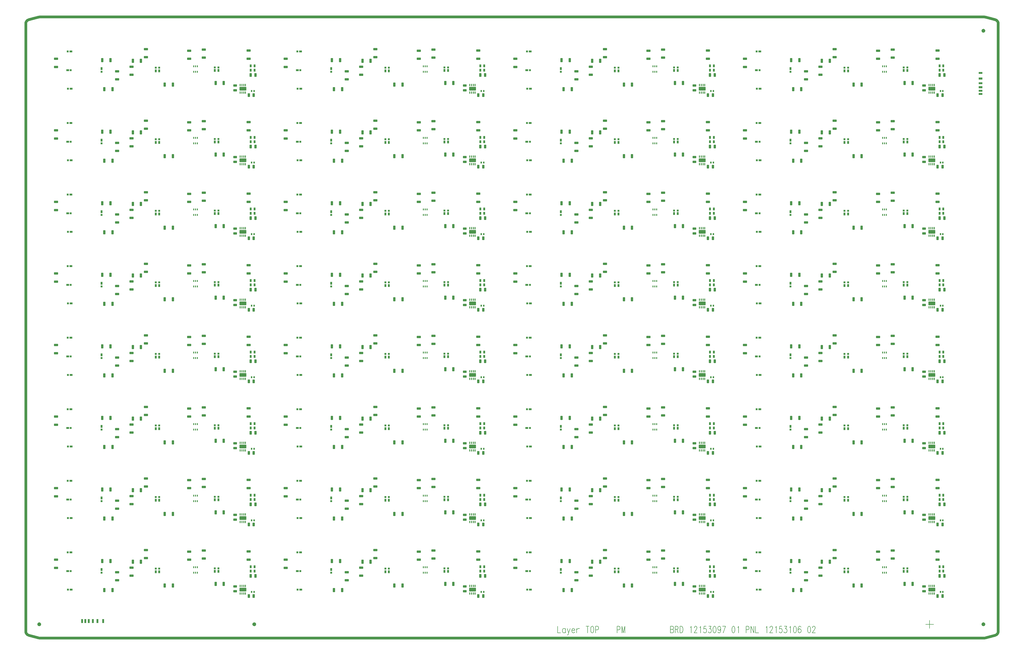
<source format=gbr>
*
G04 Job   : N:\Projects\Manoi001\P08496\Ubdate_doc\12153097_LTM_LH_PCBDESIGN_20230125\12153097_LTM_LH\panel_12153106\12153106.pnl*
G04 User  : UA220009:manoi001*
G04 Layer : SolderPasteTop.gbr*
G04 Date  : Fri Jan 27 12:40:04 2023*
G04 Expedition Layer: Solder Paste - Top*
%ICAS*%
%MOIN*%
%FSDAX24Y24*%
%OFA0.0000B0.0000*%
G90*
G74*
%AMVB_RCRECTANGLE*
$3=$3X2*
21,1,$1-$3,$2,0,0,0*
21,1,$1,$2-$3,0,0,0*
$1=$1/2*
$2=$2/2*
$3=$3/2*
$1=$1-$3*
$2=$2-$3*
1,1,$3X2,0-$1,0-$2*
1,1,$3X2,0-$1,$2*
1,1,$3X2,$1,$2*
1,1,$3X2,$1,0-$2*
%
%ADD11C,0.00787*%
%ADD10C,0.03937*%
%ADD21VB_RCRECTANGLE,0.01575X0.02362X0.00197*%
%ADD22VB_RCRECTANGLE,0.01969X0.02756X0.00197*%
%ADD12VB_RCRECTANGLE,0.02953X0.02362X0.00197*%
%ADD70VB_RCRECTANGLE,0.02362X0.02953X0.00197*%
%ADD14VB_RCRECTANGLE,0.01575X0.03150X0.00197*%
%ADD20VB_RCRECTANGLE,0.02756X0.03937X0.00197*%
%ADD13VB_RCRECTANGLE,0.04331X0.02362X0.00197*%
%ADD71VB_RCRECTANGLE,0.02362X0.04331X0.00197*%
%ADD16VB_RCRECTANGLE,0.05118X0.03150X0.00197*%
%ADD18VB_RCRECTANGLE,0.03150X0.05118X0.00197*%
%ADD17VB_RCRECTANGLE,0.05906X0.03150X0.00197*%
%ADD19VB_RCRECTANGLE,0.03150X0.05906X0.00197*%
%ADD15VB_RCRECTANGLE,0.09843X0.05118X0.00197*%
G01*
G36*
X-129803Y-000283D02*
Y-000039D01*
X-130046*
G02X-130049Y000000I000282J000039*
X-129764Y000285I000285*
X-129724Y000283J000285*
G01Y000039*
X-129481*
G02X-129478Y000000I000283J000039*
X-129764Y-000285I000286*
X-129803Y-000283J000285*
G01Y000283D02*
Y000039D01*
X-130046*
G03X-130049Y000000I000282J000039*
X-129764Y-000285I000285*
X-129724Y-000283J000285*
G01Y-000039*
X-129481*
G03X-129478Y000000I000283J000039*
X-129764Y000285I000286*
X-129803Y000283J000285*
G01X-123661Y000197D02*
X-123386D01*
Y000748*
X-123661*
Y000197*
X-123189D02*
X-122913D01*
Y000748*
X-123189*
Y000197*
X-122677D02*
X-122402D01*
Y000748*
X-122677*
Y000197*
X-122087D02*
X-121811D01*
Y000748*
X-122087*
Y000197*
X-121417D02*
X-121142D01*
Y000748*
X-121417*
Y000197*
X-120591D02*
X-120315D01*
Y000748*
X-120591*
Y000197*
X-098465Y-000283D02*
Y-000039D01*
X-098708*
G02X-098711Y000000I000283J000039*
X-098425Y000285I000286*
X-098386Y000283J000285*
G01Y000039*
X-098142*
G02X-098140Y000000I000283J000039*
X-098425Y-000285I000285*
X-098465Y-000283J000285*
G01Y000283D02*
Y000039D01*
X-098708*
G03X-098711Y000000I000283J000039*
X-098425Y-000285I000286*
X-098386Y-000283J000285*
G01Y-000039*
X-098142*
G03X-098140Y000000I000283J000039*
X-098425Y000285I000285*
X-098465Y000283J000285*
G01X007146Y077185D02*
X007697D01*
Y077461*
X007146*
Y077185*
Y077657D02*
X007697D01*
Y077933*
X007146*
Y077657*
Y078169D02*
X007697D01*
Y078445*
X007146*
Y078169*
Y078760D02*
X007697D01*
Y079035*
X007146*
Y078760*
Y079429D02*
X007697D01*
Y079705*
X007146*
Y079429*
Y080256D02*
X007697D01*
Y080531*
X007146*
Y080256*
X007795Y-000283D02*
Y-000039D01*
X007552*
G02X007549Y000000I000283J000039*
X007835Y000285I000286*
X007874Y000283J000285*
G01Y000039*
X008117*
G02X008120Y000000I000282J000039*
X007835Y-000285I000285*
X007795Y-000283J000285*
G01Y000283D02*
Y000039D01*
X007552*
G03X007549Y000000I000283J000039*
X007835Y-000285I000286*
X007874Y-000283J000285*
G01Y-000039*
X008117*
G03X008120Y000000I000282J000039*
X007835Y000285I000285*
X007795Y000283J000285*
G01Y086253D02*
Y086496D01*
X007552*
G02X007549Y086535I000283J000039*
X007835Y086821I000286*
X007874Y086818J000286*
G01Y086575*
X008117*
G02X008120Y086535I000282J000040*
X007835Y086250I000285*
X007795Y086253J000285*
G01Y086818D02*
Y086575D01*
X007552*
G03X007549Y086535I000283J000040*
X007835Y086250I000286*
X007874Y086253J000285*
G01Y086496*
X008117*
G03X008120Y086535I000282J000039*
X007835Y086821I000285*
X007795Y086818J000286*
G37*
G54D10*
G01X-056535Y-002008D02*
X-129717D01*
G02X-129871Y-001987J000591*
G01X-131295Y-001602*
G02X-131732Y-001032I000154J000570*
G01Y-001031*
Y087575*
G02X-131291Y088146I000590*
G01X-129870Y088524*
G02X-129719Y088543I000151J000572*
X-129717J000591*
G01X007992*
G02X008142Y088524I000001J000590*
G01X009563Y088150*
G02X010000Y087579I000154J000571*
G01Y-001031*
Y-001032*
G02X009563Y-001602I000591*
G01X008151Y-001987*
G02X007995Y-002008I000156J000570*
G01X-056535*
G54D11*
X-054210Y-000275D02*
Y-001259D01*
X-053772*
X-053083Y-000752D02*
X-053156Y-000662D01*
X-053229Y-000618*
X-053344*
X-053417Y-000662*
X-053490Y-000752*
X-053521Y-000886*
Y-000990*
X-053490Y-001125*
X-053417Y-001214*
X-053344Y-001259*
X-053229*
X-053156Y-001214*
X-053083Y-001125*
Y-000618D02*
Y-001259D01*
X-052801Y-000618D02*
X-052603Y-001259D01*
X-052394Y-000618D02*
X-052603Y-001259D01*
X-052665Y-001453*
X-052738Y-001542*
X-052801Y-001587*
X-052832*
X-052143Y-000886D02*
X-051705D01*
Y-000797*
X-051736Y-000707*
X-051778Y-000662*
X-051851Y-000618*
X-051966*
X-052039Y-000662*
X-052112Y-000752*
X-052143Y-000886*
Y-000990*
X-052112Y-001125*
X-052039Y-001214*
X-051966Y-001259*
X-051851*
X-051778Y-001214*
X-051705Y-001125*
X-051454Y-000886D02*
X-051402Y-000752D01*
X-051298Y-000662*
X-051183Y-000618*
X-051016*
X-051454D02*
Y-001259D01*
X-050076Y-000275D02*
X-049638D01*
X-049857D02*
Y-001259D01*
X-049231Y-000275D02*
X-049283Y-000334D01*
X-049335Y-000424*
X-049367Y-000513*
X-049387Y-000647*
Y-000886*
X-049367Y-001020*
X-049335Y-001125*
X-049283Y-001214*
X-049231Y-001259*
X-049116*
X-049064Y-001214*
X-049001Y-001125*
X-048980Y-001020*
X-048949Y-000886*
Y-000647*
X-048980Y-000513*
X-049001Y-000424*
X-049064Y-000334*
X-049116Y-000275*
X-049231*
X-048698Y-001259D02*
Y-000275D01*
X-048417*
X-048323Y-000334*
X-048291Y-000379*
X-048260Y-000468*
Y-000603*
X-048291Y-000707*
X-048323Y-000752*
X-048417Y-000797*
X-048698*
X-045549Y-001259D02*
Y-000275D01*
X-045267*
X-045173Y-000334*
X-045142Y-000379*
X-045110Y-000468*
Y-000603*
X-045142Y-000707*
X-045173Y-000752*
X-045267Y-000797*
X-045549*
X-044860Y-001259D02*
Y-000275D01*
X-044641Y-001259*
X-044421Y-000275*
Y-001259*
X-037770Y-000749D02*
X-037488D01*
X-037394Y-000794*
X-037363Y-000838*
X-037331Y-000928*
Y-001077*
X-037363Y-001166*
X-037394Y-001211*
X-037488Y-001256*
X-037770*
Y-000272*
X-037488*
X-037394Y-000331*
X-037363Y-000376*
X-037331Y-000466*
Y-000555*
X-037363Y-000644*
X-037394Y-000704*
X-037488Y-000749*
X-037081Y-001256D02*
Y-000272D01*
X-036799*
X-036705Y-000331*
X-036674Y-000376*
X-036642Y-000466*
Y-000555*
X-036674Y-000644*
X-036705Y-000704*
X-036799Y-000749*
X-037081*
X-036862D02*
X-036642Y-001256D01*
X-036392Y-000272D02*
X-036173D01*
X-036079Y-000331*
X-036016Y-000421*
X-035985Y-000510*
X-035953Y-000644*
Y-000883*
X-035985Y-001017*
X-036016Y-001122*
X-036079Y-001211*
X-036173Y-001256*
X-036392*
Y-000272*
X-034847Y-000466D02*
X-034805Y-000421D01*
X-034753Y-000287*
Y-001256*
X-034294Y-000510D02*
Y-000466D01*
X-034262Y-000376*
X-034231Y-000331*
X-034168Y-000272*
X-034043*
X-033980Y-000331*
X-033949Y-000376*
X-033918Y-000466*
Y-000555*
X-033949Y-000644*
X-034012Y-000794*
X-034325Y-001256*
X-033886*
X-033469Y-000466D02*
X-033427Y-000421D01*
X-033375Y-000287*
Y-001256*
X-032571Y-000287D02*
X-032884D01*
X-032916Y-000704*
X-032884Y-000659*
X-032790Y-000615*
X-032696*
X-032602Y-000659*
X-032540Y-000749*
X-032509Y-000883*
Y-000987*
X-032540Y-001122*
X-032602Y-001211*
X-032696Y-001256*
X-032790*
X-032884Y-001211*
X-032916Y-001166*
X-032947Y-001077*
X-032195Y-000287D02*
X-031851D01*
X-032039Y-000659*
X-031945*
X-031882Y-000704*
X-031851Y-000749*
X-031820Y-000883*
Y-000987*
X-031851Y-001122*
X-031914Y-001211*
X-032007Y-001256*
X-032101*
X-032195Y-001211*
X-032227Y-001166*
X-032258Y-001077*
X-031381Y-000287D02*
X-031475Y-000331D01*
X-031538Y-000466*
X-031569Y-000704*
Y-000838*
X-031538Y-001077*
X-031475Y-001211*
X-031381Y-001256*
X-031319*
X-031225Y-001211*
X-031162Y-001077*
X-031131Y-000838*
Y-000704*
X-031162Y-000466*
X-031225Y-000331*
X-031319Y-000287*
X-031381*
X-030442Y-000600D02*
X-030473Y-000749D01*
X-030536Y-000838*
X-030650Y-000883*
X-030682*
X-030786Y-000838*
X-030849Y-000749*
X-030880Y-000600*
Y-000555*
X-030849Y-000421*
X-030786Y-000331*
X-030682Y-000287*
X-030650*
X-030536Y-000331*
X-030473Y-000421*
X-030442Y-000600*
Y-000838*
X-030473Y-001077*
X-030536Y-001211*
X-030650Y-001256*
X-030713*
X-030817Y-001211*
X-030849Y-001122*
X-030191Y-000287D02*
X-029753D01*
X-030066Y-001256*
X-028625Y-000287D02*
X-028719Y-000331D01*
X-028782Y-000466*
X-028813Y-000704*
Y-000838*
X-028782Y-001077*
X-028719Y-001211*
X-028625Y-001256*
X-028563*
X-028469Y-001211*
X-028406Y-001077*
X-028375Y-000838*
Y-000704*
X-028406Y-000466*
X-028469Y-000331*
X-028563Y-000287*
X-028625*
X-027957Y-000466D02*
X-027915Y-000421D01*
X-027863Y-000287*
Y-001256*
X-026746D02*
Y-000272D01*
X-026464*
X-026371Y-000331*
X-026339Y-000376*
X-026308Y-000466*
Y-000600*
X-026339Y-000704*
X-026371Y-000749*
X-026464Y-000794*
X-026746*
X-026057Y-001256D02*
Y-000272D01*
X-025619Y-001256*
Y-000272*
X-025368D02*
Y-001256D01*
X-024930*
X-023823Y-000466D02*
X-023782Y-000421D01*
X-023729Y-000287*
Y-001256*
X-023270Y-000510D02*
Y-000466D01*
X-023239Y-000376*
X-023208Y-000331*
X-023145Y-000272*
X-023020*
X-022957Y-000331*
X-022926Y-000376*
X-022894Y-000466*
Y-000555*
X-022926Y-000644*
X-022988Y-000794*
X-023302Y-001256*
X-022863*
X-022446Y-000466D02*
X-022404Y-000421D01*
X-022352Y-000287*
Y-001256*
X-021548Y-000287D02*
X-021861D01*
X-021892Y-000704*
X-021861Y-000659*
X-021767Y-000615*
X-021673*
X-021579Y-000659*
X-021516Y-000749*
X-021485Y-000883*
Y-000987*
X-021516Y-001122*
X-021579Y-001211*
X-021673Y-001256*
X-021767*
X-021861Y-001211*
X-021892Y-001166*
X-021924Y-001077*
X-021172Y-000287D02*
X-020828D01*
X-021015Y-000659*
X-020921*
X-020859Y-000704*
X-020828Y-000749*
X-020796Y-000883*
Y-000987*
X-020828Y-001122*
X-020890Y-001211*
X-020984Y-001256*
X-021078*
X-021172Y-001211*
X-021203Y-001166*
X-021235Y-001077*
X-020379Y-000466D02*
X-020337Y-000421D01*
X-020285Y-000287*
Y-001256*
X-019669Y-000287D02*
X-019763Y-000331D01*
X-019825Y-000466*
X-019857Y-000704*
Y-000838*
X-019825Y-001077*
X-019763Y-001211*
X-019669Y-001256*
X-019606*
X-019512Y-001211*
X-019450Y-001077*
X-019418Y-000838*
Y-000704*
X-019450Y-000466*
X-019512Y-000331*
X-019606Y-000287*
X-019669*
X-018761Y-000421D02*
X-018792Y-000331D01*
X-018896Y-000287*
X-018969*
X-019074Y-000331*
X-019136Y-000466*
X-019168Y-000704*
Y-000928*
X-019136Y-001122*
X-019074Y-001211*
X-018969Y-001256*
X-018938*
X-018834Y-001211*
X-018761Y-001122*
X-018729Y-000987*
Y-000928*
X-018761Y-000794*
X-018834Y-000704*
X-018938Y-000659*
X-018969*
X-019074Y-000704*
X-019136Y-000794*
X-019168Y-000928*
X-017602Y-000287D02*
X-017696Y-000331D01*
X-017758Y-000466*
X-017790Y-000704*
Y-000838*
X-017758Y-001077*
X-017696Y-001211*
X-017602Y-001256*
X-017539*
X-017445Y-001211*
X-017383Y-001077*
X-017351Y-000838*
Y-000704*
X-017383Y-000466*
X-017445Y-000331*
X-017539Y-000287*
X-017602*
X-017070Y-000510D02*
Y-000466D01*
X-017038Y-000376*
X-017007Y-000331*
X-016944Y-000272*
X-016819*
X-016756Y-000331*
X-016725Y-000376*
X-016694Y-000466*
Y-000555*
X-016725Y-000644*
X-016788Y-000794*
X-017101Y-001256*
X-016662*
X-000591Y000000D02*
X000591D01*
X000000Y000591D02*
Y-000591D01*
G54D12*
X-125618Y010473D03*
Y020907D03*
Y031340D03*
Y041773D03*
Y052206D03*
Y062639D03*
Y073072D03*
Y083505D03*
X-125579Y005041D03*
Y015474D03*
Y025907D03*
Y036340D03*
Y046773D03*
Y057206D03*
Y067639D03*
Y078072D03*
X-125166Y007762D03*
Y018195D03*
Y028628D03*
Y039061D03*
Y049494D03*
Y059927D03*
Y070360D03*
Y080793D03*
X-092154Y010473D03*
Y020907D03*
Y031340D03*
Y041773D03*
Y052206D03*
Y062639D03*
Y073072D03*
Y083505D03*
X-092115Y005041D03*
Y015474D03*
Y025907D03*
Y036340D03*
Y046773D03*
Y057206D03*
Y067639D03*
Y078072D03*
X-091701Y007762D03*
Y018195D03*
Y028628D03*
Y039061D03*
Y049494D03*
Y059927D03*
Y070360D03*
Y080793D03*
X-058689Y010473D03*
Y020907D03*
Y031340D03*
Y041773D03*
Y052206D03*
Y062639D03*
Y073072D03*
Y083505D03*
X-058650Y005041D03*
Y015474D03*
Y025907D03*
Y036340D03*
Y046773D03*
Y057206D03*
Y067639D03*
Y078072D03*
X-058237Y007762D03*
Y018195D03*
Y028628D03*
Y039061D03*
Y049494D03*
Y059927D03*
Y070360D03*
Y080793D03*
X-025225Y010473D03*
Y020907D03*
Y031340D03*
Y041773D03*
Y052206D03*
Y062639D03*
Y073072D03*
Y083505D03*
X-025186Y005041D03*
Y015474D03*
Y025907D03*
Y036340D03*
Y046773D03*
Y057206D03*
Y067639D03*
Y078072D03*
X-024772Y007762D03*
Y018195D03*
Y028628D03*
Y039061D03*
Y049494D03*
Y059927D03*
Y070360D03*
Y080793D03*
G54D13*
X-125628Y007762D03*
Y018195D03*
Y028628D03*
Y039061D03*
Y049494D03*
Y059927D03*
Y070360D03*
Y080793D03*
X-125156Y010473D03*
Y020907D03*
Y031340D03*
Y041773D03*
Y052206D03*
Y062639D03*
Y073072D03*
Y083505D03*
X-125117Y005041D03*
Y015474D03*
Y025907D03*
Y036340D03*
Y046773D03*
Y057206D03*
Y067639D03*
Y078072D03*
X-092164Y007762D03*
Y018195D03*
Y028628D03*
Y039061D03*
Y049494D03*
Y059927D03*
Y070360D03*
Y080793D03*
X-091691Y010473D03*
Y020907D03*
Y031340D03*
Y041773D03*
Y052206D03*
Y062639D03*
Y073072D03*
Y083505D03*
X-091652Y005041D03*
Y015474D03*
Y025907D03*
Y036340D03*
Y046773D03*
Y057206D03*
Y067639D03*
Y078072D03*
X-058699Y007762D03*
Y018195D03*
Y028628D03*
Y039061D03*
Y049494D03*
Y059927D03*
Y070360D03*
Y080793D03*
X-058227Y010473D03*
Y020907D03*
Y031340D03*
Y041773D03*
Y052206D03*
Y062639D03*
Y073072D03*
Y083505D03*
X-058188Y005041D03*
Y015474D03*
Y025907D03*
Y036340D03*
Y046773D03*
Y057206D03*
Y067639D03*
Y078072D03*
X-025235Y007762D03*
Y018195D03*
Y028628D03*
Y039061D03*
Y049494D03*
Y059927D03*
Y070360D03*
Y080793D03*
X-024762Y010473D03*
Y020907D03*
Y031340D03*
Y041773D03*
Y052206D03*
Y062639D03*
Y073072D03*
Y083505D03*
X-024723Y005041D03*
Y015474D03*
Y025907D03*
Y036340D03*
Y046773D03*
Y057206D03*
Y067639D03*
Y078072D03*
G54D14*
X-100469Y004492D03*
Y005594D03*
Y014925D03*
Y016028D03*
Y025358D03*
Y026461D03*
Y035791D03*
Y036894D03*
Y046224D03*
Y047327D03*
Y056657D03*
Y057760D03*
Y067091D03*
Y068193D03*
Y077524D03*
Y078626D03*
X-100213Y004492D03*
Y005594D03*
Y014925D03*
Y016028D03*
Y025358D03*
Y026461D03*
Y035791D03*
Y036894D03*
Y046224D03*
Y047327D03*
Y056657D03*
Y057760D03*
Y067091D03*
Y068193D03*
Y077524D03*
Y078626D03*
X-099957Y004492D03*
Y005594D03*
Y014925D03*
Y016028D03*
Y025358D03*
Y026461D03*
Y035791D03*
Y036894D03*
Y046224D03*
Y047327D03*
Y056657D03*
Y057760D03*
Y067091D03*
Y068193D03*
Y077524D03*
Y078626D03*
X-099701Y004492D03*
Y005594D03*
Y014925D03*
Y016028D03*
Y025358D03*
Y026461D03*
Y035791D03*
Y036894D03*
Y046224D03*
Y047327D03*
Y056657D03*
Y057760D03*
Y067091D03*
Y068193D03*
Y077524D03*
Y078626D03*
X-067004Y004492D03*
Y005594D03*
Y014925D03*
Y016028D03*
Y025358D03*
Y026461D03*
Y035791D03*
Y036894D03*
Y046224D03*
Y047327D03*
Y056657D03*
Y057760D03*
Y067091D03*
Y068193D03*
Y077524D03*
Y078626D03*
X-066748Y004492D03*
Y005594D03*
Y014925D03*
Y016028D03*
Y025358D03*
Y026461D03*
Y035791D03*
Y036894D03*
Y046224D03*
Y047327D03*
Y056657D03*
Y057760D03*
Y067091D03*
Y068193D03*
Y077524D03*
Y078626D03*
X-066492Y004492D03*
Y005594D03*
Y014925D03*
Y016028D03*
Y025358D03*
Y026461D03*
Y035791D03*
Y036894D03*
Y046224D03*
Y047327D03*
Y056657D03*
Y057760D03*
Y067091D03*
Y068193D03*
Y077524D03*
Y078626D03*
X-066236Y004492D03*
Y005594D03*
Y014925D03*
Y016028D03*
Y025358D03*
Y026461D03*
Y035791D03*
Y036894D03*
Y046224D03*
Y047327D03*
Y056657D03*
Y057760D03*
Y067091D03*
Y068193D03*
Y077524D03*
Y078626D03*
X-033539Y004492D03*
Y005594D03*
Y014925D03*
Y016028D03*
Y025358D03*
Y026461D03*
Y035791D03*
Y036894D03*
Y046224D03*
Y047327D03*
Y056657D03*
Y057760D03*
Y067091D03*
Y068193D03*
Y077524D03*
Y078626D03*
X-033283Y004492D03*
Y005594D03*
Y014925D03*
Y016028D03*
Y025358D03*
Y026461D03*
Y035791D03*
Y036894D03*
Y046224D03*
Y047327D03*
Y056657D03*
Y057760D03*
Y067091D03*
Y068193D03*
Y077524D03*
Y078626D03*
X-033028Y004492D03*
Y005594D03*
Y014925D03*
Y016028D03*
Y025358D03*
Y026461D03*
Y035791D03*
Y036894D03*
Y046224D03*
Y047327D03*
Y056657D03*
Y057760D03*
Y067091D03*
Y068193D03*
Y077524D03*
Y078626D03*
X-032772Y004492D03*
Y005594D03*
Y014925D03*
Y016028D03*
Y025358D03*
Y026461D03*
Y035791D03*
Y036894D03*
Y046224D03*
Y047327D03*
Y056657D03*
Y057760D03*
Y067091D03*
Y068193D03*
Y077524D03*
Y078626D03*
X-000075Y004492D03*
Y005594D03*
Y014925D03*
Y016028D03*
Y025358D03*
Y026461D03*
Y035791D03*
Y036894D03*
Y046224D03*
Y047327D03*
Y056657D03*
Y057760D03*
Y067091D03*
Y068193D03*
Y077524D03*
Y078626D03*
X000181Y004492D03*
Y005594D03*
Y014925D03*
Y016028D03*
Y025358D03*
Y026461D03*
Y035791D03*
Y036894D03*
Y046224D03*
Y047327D03*
Y056657D03*
Y057760D03*
Y067091D03*
Y068193D03*
Y077524D03*
Y078626D03*
X000437Y004492D03*
Y005594D03*
Y014925D03*
Y016028D03*
Y025358D03*
Y026461D03*
Y035791D03*
Y036894D03*
Y046224D03*
Y047327D03*
Y056657D03*
Y057760D03*
Y067091D03*
Y068193D03*
Y077524D03*
Y078626D03*
X000693Y004492D03*
Y005594D03*
Y014925D03*
Y016028D03*
Y025358D03*
Y026461D03*
Y035791D03*
Y036894D03*
Y046224D03*
Y047327D03*
Y056657D03*
Y057760D03*
Y067091D03*
Y068193D03*
Y077524D03*
Y078626D03*
G54D15*
X-100085Y005043D03*
Y015476D03*
Y025909D03*
Y036343D03*
Y046776D03*
Y057209D03*
Y067642D03*
Y078075D03*
X-066620Y005043D03*
Y015476D03*
Y025909D03*
Y036343D03*
Y046776D03*
Y057209D03*
Y067642D03*
Y078075D03*
X-033156Y005043D03*
Y015476D03*
Y025909D03*
Y036343D03*
Y046776D03*
Y057209D03*
Y067642D03*
Y078075D03*
X000309Y005043D03*
Y015476D03*
Y025909D03*
Y036343D03*
Y046776D03*
Y057209D03*
Y067642D03*
Y078075D03*
G54D16*
X-101220Y004815D03*
Y005524D03*
Y015248D03*
Y015957D03*
Y025681D03*
Y026390D03*
Y036114D03*
Y036823D03*
Y046547D03*
Y047256D03*
Y056980D03*
Y057689D03*
Y067413D03*
Y068122D03*
Y077846D03*
Y078555D03*
X-067756Y004815D03*
Y005524D03*
Y015248D03*
Y015957D03*
Y025681D03*
Y026390D03*
Y036114D03*
Y036823D03*
Y046547D03*
Y047256D03*
Y056980D03*
Y057689D03*
Y067413D03*
Y068122D03*
Y077846D03*
Y078555D03*
X-034291Y004815D03*
Y005524D03*
Y015248D03*
Y015957D03*
Y025681D03*
Y026390D03*
Y036114D03*
Y036823D03*
Y046547D03*
Y047256D03*
Y056980D03*
Y057689D03*
Y067413D03*
Y068122D03*
Y077846D03*
Y078555D03*
X-000827Y004815D03*
Y005524D03*
Y015248D03*
Y015957D03*
Y025681D03*
Y026390D03*
Y036114D03*
Y036823D03*
Y046547D03*
Y047256D03*
Y056980D03*
Y057689D03*
Y067413D03*
Y068122D03*
Y077846D03*
Y078555D03*
G54D17*
X-127323Y008226D03*
Y009407D03*
Y018659D03*
Y019840D03*
Y029092D03*
Y030273D03*
Y039525D03*
Y040706D03*
Y049958D03*
Y051139D03*
Y060391D03*
Y061572D03*
Y070824D03*
Y072005D03*
Y081257D03*
Y082438D03*
X-118406Y006417D03*
Y007598D03*
Y016850D03*
Y018031D03*
Y027283D03*
Y028465D03*
Y037717D03*
Y038898D03*
Y048150D03*
Y049331D03*
Y058583D03*
Y059764D03*
Y069016D03*
Y070197D03*
Y079449D03*
Y080630D03*
X-116319Y007083D03*
Y008264D03*
Y017516D03*
Y018697D03*
Y027949D03*
Y029130D03*
Y038382D03*
Y039563D03*
Y048815D03*
Y049996D03*
Y059248D03*
Y060429D03*
Y069681D03*
Y070862D03*
Y080114D03*
Y081295D03*
X-114232Y009646D03*
Y010827D03*
Y020079D03*
Y021260D03*
Y030512D03*
Y031693D03*
Y040945D03*
Y042126D03*
Y051378D03*
Y052559D03*
Y061811D03*
Y062992D03*
Y072244D03*
Y073425D03*
Y082677D03*
Y083858D03*
X-107917Y009409D03*
Y010591D03*
Y019843D03*
Y021024D03*
Y030276D03*
Y031457D03*
Y040709D03*
Y041890D03*
Y051142D03*
Y052323D03*
Y061575D03*
Y062756D03*
Y072008D03*
Y073189D03*
Y082441D03*
Y083622D03*
X-105787Y009587D03*
Y010768D03*
Y020020D03*
Y021201D03*
Y030453D03*
Y031634D03*
Y040886D03*
Y042067D03*
Y051319D03*
Y052500D03*
Y061752D03*
Y062933D03*
Y072185D03*
Y073366D03*
Y082618D03*
Y083799D03*
X-099252Y009429D03*
Y010610D03*
Y019862D03*
Y021043D03*
Y030295D03*
Y031476D03*
Y040728D03*
Y041909D03*
Y051161D03*
Y052343D03*
Y061594D03*
Y062776D03*
Y072028D03*
Y073209D03*
Y082461D03*
Y083642D03*
X-093858Y008226D03*
Y009407D03*
Y018659D03*
Y019840D03*
Y029092D03*
Y030273D03*
Y039525D03*
Y040706D03*
Y049958D03*
Y051139D03*
Y060391D03*
Y061572D03*
Y070824D03*
Y072005D03*
Y081257D03*
Y082438D03*
X-084941Y006417D03*
Y007598D03*
Y016850D03*
Y018031D03*
Y027283D03*
Y028465D03*
Y037717D03*
Y038898D03*
Y048150D03*
Y049331D03*
Y058583D03*
Y059764D03*
Y069016D03*
Y070197D03*
Y079449D03*
Y080630D03*
X-082854Y007083D03*
Y008264D03*
Y017516D03*
Y018697D03*
Y027949D03*
Y029130D03*
Y038382D03*
Y039563D03*
Y048815D03*
Y049996D03*
Y059248D03*
Y060429D03*
Y069681D03*
Y070862D03*
Y080114D03*
Y081295D03*
X-080768Y009646D03*
Y010827D03*
Y020079D03*
Y021260D03*
Y030512D03*
Y031693D03*
Y040945D03*
Y042126D03*
Y051378D03*
Y052559D03*
Y061811D03*
Y062992D03*
Y072244D03*
Y073425D03*
Y082677D03*
Y083858D03*
X-074453Y009409D03*
Y010591D03*
Y019843D03*
Y021024D03*
Y030276D03*
Y031457D03*
Y040709D03*
Y041890D03*
Y051142D03*
Y052323D03*
Y061575D03*
Y062756D03*
Y072008D03*
Y073189D03*
Y082441D03*
Y083622D03*
X-072323Y009587D03*
Y010768D03*
Y020020D03*
Y021201D03*
Y030453D03*
Y031634D03*
Y040886D03*
Y042067D03*
Y051319D03*
Y052500D03*
Y061752D03*
Y062933D03*
Y072185D03*
Y073366D03*
Y082618D03*
Y083799D03*
X-065787Y009429D03*
Y010610D03*
Y019862D03*
Y021043D03*
Y030295D03*
Y031476D03*
Y040728D03*
Y041909D03*
Y051161D03*
Y052343D03*
Y061594D03*
Y062776D03*
Y072028D03*
Y073209D03*
Y082461D03*
Y083642D03*
X-060394Y008226D03*
Y009407D03*
Y018659D03*
Y019840D03*
Y029092D03*
Y030273D03*
Y039525D03*
Y040706D03*
Y049958D03*
Y051139D03*
Y060391D03*
Y061572D03*
Y070824D03*
Y072005D03*
Y081257D03*
Y082438D03*
X-051476Y006417D03*
Y007598D03*
Y016850D03*
Y018031D03*
Y027283D03*
Y028465D03*
Y037717D03*
Y038898D03*
Y048150D03*
Y049331D03*
Y058583D03*
Y059764D03*
Y069016D03*
Y070197D03*
Y079449D03*
Y080630D03*
X-049390Y007083D03*
Y008264D03*
Y017516D03*
Y018697D03*
Y027949D03*
Y029130D03*
Y038382D03*
Y039563D03*
Y048815D03*
Y049996D03*
Y059248D03*
Y060429D03*
Y069681D03*
Y070862D03*
Y080114D03*
Y081295D03*
X-047303Y009646D03*
Y010827D03*
Y020079D03*
Y021260D03*
Y030512D03*
Y031693D03*
Y040945D03*
Y042126D03*
Y051378D03*
Y052559D03*
Y061811D03*
Y062992D03*
Y072244D03*
Y073425D03*
Y082677D03*
Y083858D03*
X-040988Y009409D03*
Y010591D03*
Y019843D03*
Y021024D03*
Y030276D03*
Y031457D03*
Y040709D03*
Y041890D03*
Y051142D03*
Y052323D03*
Y061575D03*
Y062756D03*
Y072008D03*
Y073189D03*
Y082441D03*
Y083622D03*
X-038858Y009587D03*
Y010768D03*
Y020020D03*
Y021201D03*
Y030453D03*
Y031634D03*
Y040886D03*
Y042067D03*
Y051319D03*
Y052500D03*
Y061752D03*
Y062933D03*
Y072185D03*
Y073366D03*
Y082618D03*
Y083799D03*
X-032323Y009429D03*
Y010610D03*
Y019862D03*
Y021043D03*
Y030295D03*
Y031476D03*
Y040728D03*
Y041909D03*
Y051161D03*
Y052343D03*
Y061594D03*
Y062776D03*
Y072028D03*
Y073209D03*
Y082461D03*
Y083642D03*
X-026929Y008226D03*
Y009407D03*
Y018659D03*
Y019840D03*
Y029092D03*
Y030273D03*
Y039525D03*
Y040706D03*
Y049958D03*
Y051139D03*
Y060391D03*
Y061572D03*
Y070824D03*
Y072005D03*
Y081257D03*
Y082438D03*
X-018012Y006417D03*
Y007598D03*
Y016850D03*
Y018031D03*
Y027283D03*
Y028465D03*
Y037717D03*
Y038898D03*
Y048150D03*
Y049331D03*
Y058583D03*
Y059764D03*
Y069016D03*
Y070197D03*
Y079449D03*
Y080630D03*
X-015925Y007083D03*
Y008264D03*
Y017516D03*
Y018697D03*
Y027949D03*
Y029130D03*
Y038382D03*
Y039563D03*
Y048815D03*
Y049996D03*
Y059248D03*
Y060429D03*
Y069681D03*
Y070862D03*
Y080114D03*
Y081295D03*
X-013839Y009646D03*
Y010827D03*
Y020079D03*
Y021260D03*
Y030512D03*
Y031693D03*
Y040945D03*
Y042126D03*
Y051378D03*
Y052559D03*
Y061811D03*
Y062992D03*
Y072244D03*
Y073425D03*
Y082677D03*
Y083858D03*
X-007524Y009409D03*
Y010591D03*
Y019843D03*
Y021024D03*
Y030276D03*
Y031457D03*
Y040709D03*
Y041890D03*
Y051142D03*
Y052323D03*
Y061575D03*
Y062756D03*
Y072008D03*
Y073189D03*
Y082441D03*
Y083622D03*
X-005394Y009587D03*
Y010768D03*
Y020020D03*
Y021201D03*
Y030453D03*
Y031634D03*
Y040886D03*
Y042067D03*
Y051319D03*
Y052500D03*
Y061752D03*
Y062933D03*
Y072185D03*
Y073366D03*
Y082618D03*
Y083799D03*
X001142Y009429D03*
Y010610D03*
Y019862D03*
Y021043D03*
Y030295D03*
Y031476D03*
Y040728D03*
Y041909D03*
Y051161D03*
Y052343D03*
Y061594D03*
Y062776D03*
Y072028D03*
Y073209D03*
Y082461D03*
Y083642D03*
G54D18*
X-099232Y004136D03*
Y014569D03*
Y025002D03*
Y035435D03*
Y045868D03*
Y056301D03*
Y066734D03*
Y077167D03*
X-098945Y007055D03*
Y017488D03*
Y027921D03*
Y038354D03*
Y048787D03*
Y059220D03*
Y069654D03*
Y080087D03*
X-098524Y004136D03*
Y014569D03*
Y025002D03*
Y035435D03*
Y045868D03*
Y056301D03*
Y066734D03*
Y077167D03*
X-098236Y007055D03*
Y017488D03*
Y027921D03*
Y038354D03*
Y048787D03*
Y059220D03*
Y069654D03*
Y080087D03*
X-065768Y004136D03*
Y014569D03*
Y025002D03*
Y035435D03*
Y045868D03*
Y056301D03*
Y066734D03*
Y077167D03*
X-065480Y007055D03*
Y017488D03*
Y027921D03*
Y038354D03*
Y048787D03*
Y059220D03*
Y069654D03*
Y080087D03*
X-065059Y004136D03*
Y014569D03*
Y025002D03*
Y035435D03*
Y045868D03*
Y056301D03*
Y066734D03*
Y077167D03*
X-064772Y007055D03*
Y017488D03*
Y027921D03*
Y038354D03*
Y048787D03*
Y059220D03*
Y069654D03*
Y080087D03*
X-032303Y004136D03*
Y014569D03*
Y025002D03*
Y035435D03*
Y045868D03*
Y056301D03*
Y066734D03*
Y077167D03*
X-032016Y007055D03*
Y017488D03*
Y027921D03*
Y038354D03*
Y048787D03*
Y059220D03*
Y069654D03*
Y080087D03*
X-031594Y004136D03*
Y014569D03*
Y025002D03*
Y035435D03*
Y045868D03*
Y056301D03*
Y066734D03*
Y077167D03*
X-031307Y007055D03*
Y017488D03*
Y027921D03*
Y038354D03*
Y048787D03*
Y059220D03*
Y069654D03*
Y080087D03*
X001161Y004136D03*
Y014569D03*
Y025002D03*
Y035435D03*
Y045868D03*
Y056301D03*
Y066734D03*
Y077167D03*
X001449Y007055D03*
Y017488D03*
Y027921D03*
Y038354D03*
Y048787D03*
Y059220D03*
Y069654D03*
Y080087D03*
X001870Y004136D03*
Y014569D03*
Y025002D03*
Y035435D03*
Y045868D03*
Y056301D03*
Y066734D03*
Y077167D03*
X002157Y007055D03*
Y017488D03*
Y027921D03*
Y038354D03*
Y048787D03*
Y059220D03*
Y069654D03*
Y080087D03*
G54D19*
X-120571Y009213D03*
Y019646D03*
Y030079D03*
Y040512D03*
Y050945D03*
Y061378D03*
Y071811D03*
Y082244D03*
X-120276Y005000D03*
Y015433D03*
Y025866D03*
Y036299D03*
Y046732D03*
Y057165D03*
Y067598D03*
Y078031D03*
X-119390Y009213D03*
Y019646D03*
Y030079D03*
Y040512D03*
Y050945D03*
Y061378D03*
Y071811D03*
Y082244D03*
X-119094Y005000D03*
Y015433D03*
Y025866D03*
Y036299D03*
Y046732D03*
Y057165D03*
Y067598D03*
Y078031D03*
X-116122Y009114D03*
Y019547D03*
Y029980D03*
Y040413D03*
Y050846D03*
Y061280D03*
Y071713D03*
Y082146D03*
X-114941Y009114D03*
Y019547D03*
Y029980D03*
Y040413D03*
Y050846D03*
Y061280D03*
Y071713D03*
Y082146D03*
X-111476Y005650D03*
Y016083D03*
Y026516D03*
Y036949D03*
Y047382D03*
Y057815D03*
Y068248D03*
Y078681D03*
X-110295Y005650D03*
Y016083D03*
Y026516D03*
Y036949D03*
Y047382D03*
Y057815D03*
Y068248D03*
Y078681D03*
X-104055Y005898D03*
Y016331D03*
Y026764D03*
Y037197D03*
Y047630D03*
Y058063D03*
Y068496D03*
Y078929D03*
X-102874Y005898D03*
Y016331D03*
Y026764D03*
Y037197D03*
Y047630D03*
Y058063D03*
Y068496D03*
Y078929D03*
X-087106Y009213D03*
Y019646D03*
Y030079D03*
Y040512D03*
Y050945D03*
Y061378D03*
Y071811D03*
Y082244D03*
X-086811Y005000D03*
Y015433D03*
Y025866D03*
Y036299D03*
Y046732D03*
Y057165D03*
Y067598D03*
Y078031D03*
X-085925Y009213D03*
Y019646D03*
Y030079D03*
Y040512D03*
Y050945D03*
Y061378D03*
Y071811D03*
Y082244D03*
X-085630Y005000D03*
Y015433D03*
Y025866D03*
Y036299D03*
Y046732D03*
Y057165D03*
Y067598D03*
Y078031D03*
X-082657Y009114D03*
Y019547D03*
Y029980D03*
Y040413D03*
Y050846D03*
Y061280D03*
Y071713D03*
Y082146D03*
X-081476Y009114D03*
Y019547D03*
Y029980D03*
Y040413D03*
Y050846D03*
Y061280D03*
Y071713D03*
Y082146D03*
X-078012Y005650D03*
Y016083D03*
Y026516D03*
Y036949D03*
Y047382D03*
Y057815D03*
Y068248D03*
Y078681D03*
X-076831Y005650D03*
Y016083D03*
Y026516D03*
Y036949D03*
Y047382D03*
Y057815D03*
Y068248D03*
Y078681D03*
X-070591Y005898D03*
Y016331D03*
Y026764D03*
Y037197D03*
Y047630D03*
Y058063D03*
Y068496D03*
Y078929D03*
X-069409Y005898D03*
Y016331D03*
Y026764D03*
Y037197D03*
Y047630D03*
Y058063D03*
Y068496D03*
Y078929D03*
X-053642Y009213D03*
Y019646D03*
Y030079D03*
Y040512D03*
Y050945D03*
Y061378D03*
Y071811D03*
Y082244D03*
X-053346Y005000D03*
Y015433D03*
Y025866D03*
Y036299D03*
Y046732D03*
Y057165D03*
Y067598D03*
Y078031D03*
X-052461Y009213D03*
Y019646D03*
Y030079D03*
Y040512D03*
Y050945D03*
Y061378D03*
Y071811D03*
Y082244D03*
X-052165Y005000D03*
Y015433D03*
Y025866D03*
Y036299D03*
Y046732D03*
Y057165D03*
Y067598D03*
Y078031D03*
X-049193Y009114D03*
Y019547D03*
Y029980D03*
Y040413D03*
Y050846D03*
Y061280D03*
Y071713D03*
Y082146D03*
X-048012Y009114D03*
Y019547D03*
Y029980D03*
Y040413D03*
Y050846D03*
Y061280D03*
Y071713D03*
Y082146D03*
X-044547Y005650D03*
Y016083D03*
Y026516D03*
Y036949D03*
Y047382D03*
Y057815D03*
Y068248D03*
Y078681D03*
X-043366Y005650D03*
Y016083D03*
Y026516D03*
Y036949D03*
Y047382D03*
Y057815D03*
Y068248D03*
Y078681D03*
X-037126Y005898D03*
Y016331D03*
Y026764D03*
Y037197D03*
Y047630D03*
Y058063D03*
Y068496D03*
Y078929D03*
X-035945Y005898D03*
Y016331D03*
Y026764D03*
Y037197D03*
Y047630D03*
Y058063D03*
Y068496D03*
Y078929D03*
X-020177Y009213D03*
Y019646D03*
Y030079D03*
Y040512D03*
Y050945D03*
Y061378D03*
Y071811D03*
Y082244D03*
X-019882Y005000D03*
Y015433D03*
Y025866D03*
Y036299D03*
Y046732D03*
Y057165D03*
Y067598D03*
Y078031D03*
X-018996Y009213D03*
Y019646D03*
Y030079D03*
Y040512D03*
Y050945D03*
Y061378D03*
Y071811D03*
Y082244D03*
X-018701Y005000D03*
Y015433D03*
Y025866D03*
Y036299D03*
Y046732D03*
Y057165D03*
Y067598D03*
Y078031D03*
X-015728Y009114D03*
Y019547D03*
Y029980D03*
Y040413D03*
Y050846D03*
Y061280D03*
Y071713D03*
Y082146D03*
X-014547Y009114D03*
Y019547D03*
Y029980D03*
Y040413D03*
Y050846D03*
Y061280D03*
Y071713D03*
Y082146D03*
X-011083Y005650D03*
Y016083D03*
Y026516D03*
Y036949D03*
Y047382D03*
Y057815D03*
Y068248D03*
Y078681D03*
X-009902Y005650D03*
Y016083D03*
Y026516D03*
Y036949D03*
Y047382D03*
Y057815D03*
Y068248D03*
Y078681D03*
X-003661Y005898D03*
Y016331D03*
Y026764D03*
Y037197D03*
Y047630D03*
Y058063D03*
Y068496D03*
Y078929D03*
X-002480Y005898D03*
Y016331D03*
Y026764D03*
Y037197D03*
Y047630D03*
Y058063D03*
Y068496D03*
Y078929D03*
G54D20*
X-098945Y007768D03*
Y008374D03*
Y018201D03*
Y018807D03*
Y028634D03*
Y029240D03*
Y039067D03*
Y039673D03*
Y049500D03*
Y050106D03*
Y059933D03*
Y060539D03*
Y070366D03*
Y070972D03*
Y080799D03*
Y081406D03*
X-098394Y007768D03*
Y008374D03*
Y018201D03*
Y018807D03*
Y028634D03*
Y029240D03*
Y039067D03*
Y039673D03*
Y049500D03*
Y050106D03*
Y059933D03*
Y060539D03*
Y070366D03*
Y070972D03*
Y080799D03*
Y081406D03*
X-065480Y007768D03*
Y008374D03*
Y018201D03*
Y018807D03*
Y028634D03*
Y029240D03*
Y039067D03*
Y039673D03*
Y049500D03*
Y050106D03*
Y059933D03*
Y060539D03*
Y070366D03*
Y070972D03*
Y080799D03*
Y081406D03*
X-064929Y007768D03*
Y008374D03*
Y018201D03*
Y018807D03*
Y028634D03*
Y029240D03*
Y039067D03*
Y039673D03*
Y049500D03*
Y050106D03*
Y059933D03*
Y060539D03*
Y070366D03*
Y070972D03*
Y080799D03*
Y081406D03*
X-032016Y007768D03*
Y008374D03*
Y018201D03*
Y018807D03*
Y028634D03*
Y029240D03*
Y039067D03*
Y039673D03*
Y049500D03*
Y050106D03*
Y059933D03*
Y060539D03*
Y070366D03*
Y070972D03*
Y080799D03*
Y081406D03*
X-031465Y007768D03*
Y008374D03*
Y018201D03*
Y018807D03*
Y028634D03*
Y029240D03*
Y039067D03*
Y039673D03*
Y049500D03*
Y050106D03*
Y059933D03*
Y060539D03*
Y070366D03*
Y070972D03*
Y080799D03*
Y081406D03*
X001449Y007768D03*
Y008374D03*
Y018201D03*
Y018807D03*
Y028634D03*
Y029240D03*
Y039067D03*
Y039673D03*
Y049500D03*
Y050106D03*
Y059933D03*
Y060539D03*
Y070366D03*
Y070972D03*
Y080799D03*
Y081406D03*
X002000Y007768D03*
Y008374D03*
Y018201D03*
Y018807D03*
Y028634D03*
Y029240D03*
Y039067D03*
Y039673D03*
Y049500D03*
Y050106D03*
Y059933D03*
Y060539D03*
Y070366D03*
Y070972D03*
Y080799D03*
Y081406D03*
G54D21*
X-107236Y007528D03*
Y008315D03*
Y017961D03*
Y018748D03*
Y028394D03*
Y029181D03*
Y038827D03*
Y039614D03*
Y049260D03*
Y050047D03*
Y059693D03*
Y060480D03*
Y070126D03*
Y070913D03*
Y080559D03*
Y081346D03*
X-106980Y007528D03*
Y008315D03*
Y017961D03*
Y018748D03*
Y028394D03*
Y029181D03*
Y038827D03*
Y039614D03*
Y049260D03*
Y050047D03*
Y059693D03*
Y060480D03*
Y070126D03*
Y070913D03*
Y080559D03*
Y081346D03*
X-106724Y007528D03*
Y008315D03*
Y017961D03*
Y018748D03*
Y028394D03*
Y029181D03*
Y038827D03*
Y039614D03*
Y049260D03*
Y050047D03*
Y059693D03*
Y060480D03*
Y070126D03*
Y070913D03*
Y080559D03*
Y081346D03*
X-073772Y007528D03*
Y008315D03*
Y017961D03*
Y018748D03*
Y028394D03*
Y029181D03*
Y038827D03*
Y039614D03*
Y049260D03*
Y050047D03*
Y059693D03*
Y060480D03*
Y070126D03*
Y070913D03*
Y080559D03*
Y081346D03*
X-073516Y007528D03*
Y008315D03*
Y017961D03*
Y018748D03*
Y028394D03*
Y029181D03*
Y038827D03*
Y039614D03*
Y049260D03*
Y050047D03*
Y059693D03*
Y060480D03*
Y070126D03*
Y070913D03*
Y080559D03*
Y081346D03*
X-073260Y007528D03*
Y008315D03*
Y017961D03*
Y018748D03*
Y028394D03*
Y029181D03*
Y038827D03*
Y039614D03*
Y049260D03*
Y050047D03*
Y059693D03*
Y060480D03*
Y070126D03*
Y070913D03*
Y080559D03*
Y081346D03*
X-040307Y007528D03*
Y008315D03*
Y017961D03*
Y018748D03*
Y028394D03*
Y029181D03*
Y038827D03*
Y039614D03*
Y049260D03*
Y050047D03*
Y059693D03*
Y060480D03*
Y070126D03*
Y070913D03*
Y080559D03*
Y081346D03*
X-040051Y007528D03*
Y008315D03*
Y017961D03*
Y018748D03*
Y028394D03*
Y029181D03*
Y038827D03*
Y039614D03*
Y049260D03*
Y050047D03*
Y059693D03*
Y060480D03*
Y070126D03*
Y070913D03*
Y080559D03*
Y081346D03*
X-039795Y007528D03*
Y008315D03*
Y017961D03*
Y018748D03*
Y028394D03*
Y029181D03*
Y038827D03*
Y039614D03*
Y049260D03*
Y050047D03*
Y059693D03*
Y060480D03*
Y070126D03*
Y070913D03*
Y080559D03*
Y081346D03*
X-006843Y007528D03*
Y008315D03*
Y017961D03*
Y018748D03*
Y028394D03*
Y029181D03*
Y038827D03*
Y039614D03*
Y049260D03*
Y050047D03*
Y059693D03*
Y060480D03*
Y070126D03*
Y070913D03*
Y080559D03*
Y081346D03*
X-006587Y007528D03*
Y008315D03*
Y017961D03*
Y018748D03*
Y028394D03*
Y029181D03*
Y038827D03*
Y039614D03*
Y049260D03*
Y050047D03*
Y059693D03*
Y060480D03*
Y070126D03*
Y070913D03*
Y080559D03*
Y081346D03*
X-006331Y007528D03*
Y008315D03*
Y017961D03*
Y018748D03*
Y028394D03*
Y029181D03*
Y038827D03*
Y039614D03*
Y049260D03*
Y050047D03*
Y059693D03*
Y060480D03*
Y070126D03*
Y070913D03*
Y080559D03*
Y081346D03*
G54D22*
X-098815Y004717D03*
Y015150D03*
Y025583D03*
Y036016D03*
Y046449D03*
Y056882D03*
Y067315D03*
Y077748D03*
X-098461Y004717D03*
Y015150D03*
Y025583D03*
Y036016D03*
Y046449D03*
Y056882D03*
Y067315D03*
Y077748D03*
X-065350Y004717D03*
Y015150D03*
Y025583D03*
Y036016D03*
Y046449D03*
Y056882D03*
Y067315D03*
Y077748D03*
X-064996Y004717D03*
Y015150D03*
Y025583D03*
Y036016D03*
Y046449D03*
Y056882D03*
Y067315D03*
Y077748D03*
X-031886Y004717D03*
Y015150D03*
Y025583D03*
Y036016D03*
Y046449D03*
Y056882D03*
Y067315D03*
Y077748D03*
X-031531Y004717D03*
Y015150D03*
Y025583D03*
Y036016D03*
Y046449D03*
Y056882D03*
Y067315D03*
Y077748D03*
X001579Y004717D03*
Y015150D03*
Y025583D03*
Y036016D03*
Y046449D03*
Y056882D03*
Y067315D03*
Y077748D03*
X001933Y004717D03*
Y015150D03*
Y025583D03*
Y036016D03*
Y046449D03*
Y056882D03*
Y067315D03*
Y077748D03*
G54D70*
X-120687Y007530D03*
Y017963D03*
Y028396D03*
Y038829D03*
Y049262D03*
Y059695D03*
Y070128D03*
Y080561D03*
X-112797Y008113D03*
Y018546D03*
Y028979D03*
Y039412D03*
Y049845D03*
Y060278D03*
Y070711D03*
Y081144D03*
X-112285Y008113D03*
Y018546D03*
Y028979D03*
Y039412D03*
Y049845D03*
Y060278D03*
Y070711D03*
Y081144D03*
X-104166Y008169D03*
Y018602D03*
Y029036D03*
Y039469D03*
Y049902D03*
Y060335D03*
Y070768D03*
Y081201D03*
X-103654Y008169D03*
Y018602D03*
Y029036D03*
Y039469D03*
Y049902D03*
Y060335D03*
Y070768D03*
Y081201D03*
X-087223Y007530D03*
Y017963D03*
Y028396D03*
Y038829D03*
Y049262D03*
Y059695D03*
Y070128D03*
Y080561D03*
X-079332Y008113D03*
Y018546D03*
Y028979D03*
Y039412D03*
Y049845D03*
Y060278D03*
Y070711D03*
Y081144D03*
X-078820Y008113D03*
Y018546D03*
Y028979D03*
Y039412D03*
Y049845D03*
Y060278D03*
Y070711D03*
Y081144D03*
X-070702Y008169D03*
Y018602D03*
Y029036D03*
Y039469D03*
Y049902D03*
Y060335D03*
Y070768D03*
Y081201D03*
X-070190Y008169D03*
Y018602D03*
Y029036D03*
Y039469D03*
Y049902D03*
Y060335D03*
Y070768D03*
Y081201D03*
X-053758Y007530D03*
Y017963D03*
Y028396D03*
Y038829D03*
Y049262D03*
Y059695D03*
Y070128D03*
Y080561D03*
X-045868Y008113D03*
Y018546D03*
Y028979D03*
Y039412D03*
Y049845D03*
Y060278D03*
Y070711D03*
Y081144D03*
X-045356Y008113D03*
Y018546D03*
Y028979D03*
Y039412D03*
Y049845D03*
Y060278D03*
Y070711D03*
Y081144D03*
X-037237Y008169D03*
Y018602D03*
Y029036D03*
Y039469D03*
Y049902D03*
Y060335D03*
Y070768D03*
Y081201D03*
X-036725Y008169D03*
Y018602D03*
Y029036D03*
Y039469D03*
Y049902D03*
Y060335D03*
Y070768D03*
Y081201D03*
X-020294Y007530D03*
Y017963D03*
Y028396D03*
Y038829D03*
Y049262D03*
Y059695D03*
Y070128D03*
Y080561D03*
X-012403Y008113D03*
Y018546D03*
Y028979D03*
Y039412D03*
Y049845D03*
Y060278D03*
Y070711D03*
Y081144D03*
X-011891Y008113D03*
Y018546D03*
Y028979D03*
Y039412D03*
Y049845D03*
Y060278D03*
Y070711D03*
Y081144D03*
X-003773Y008169D03*
Y018602D03*
Y029036D03*
Y039469D03*
Y049902D03*
Y060335D03*
Y070768D03*
Y081201D03*
X-003261Y008169D03*
Y018602D03*
Y029036D03*
Y039469D03*
Y049902D03*
Y060335D03*
Y070768D03*
Y081201D03*
G54D71*
X-120687Y007992D03*
Y018425D03*
Y028858D03*
Y039291D03*
Y049724D03*
Y060157D03*
Y070591D03*
Y081024D03*
X-112797Y007650D03*
Y018083D03*
Y028516D03*
Y038949D03*
Y049382D03*
Y059815D03*
Y070248D03*
Y080681D03*
X-112285Y007650D03*
Y018083D03*
Y028516D03*
Y038949D03*
Y049382D03*
Y059815D03*
Y070248D03*
Y080681D03*
X-104166Y007707D03*
Y018140D03*
Y028573D03*
Y039006D03*
Y049439D03*
Y059872D03*
Y070305D03*
Y080738D03*
X-103654Y007707D03*
Y018140D03*
Y028573D03*
Y039006D03*
Y049439D03*
Y059872D03*
Y070305D03*
Y080738D03*
X-087223Y007992D03*
Y018425D03*
Y028858D03*
Y039291D03*
Y049724D03*
Y060157D03*
Y070591D03*
Y081024D03*
X-079332Y007650D03*
Y018083D03*
Y028516D03*
Y038949D03*
Y049382D03*
Y059815D03*
Y070248D03*
Y080681D03*
X-078820Y007650D03*
Y018083D03*
Y028516D03*
Y038949D03*
Y049382D03*
Y059815D03*
Y070248D03*
Y080681D03*
X-070702Y007707D03*
Y018140D03*
Y028573D03*
Y039006D03*
Y049439D03*
Y059872D03*
Y070305D03*
Y080738D03*
X-070190Y007707D03*
Y018140D03*
Y028573D03*
Y039006D03*
Y049439D03*
Y059872D03*
Y070305D03*
Y080738D03*
X-053758Y007992D03*
Y018425D03*
Y028858D03*
Y039291D03*
Y049724D03*
Y060157D03*
Y070591D03*
Y081024D03*
X-045868Y007650D03*
Y018083D03*
Y028516D03*
Y038949D03*
Y049382D03*
Y059815D03*
Y070248D03*
Y080681D03*
X-045356Y007650D03*
Y018083D03*
Y028516D03*
Y038949D03*
Y049382D03*
Y059815D03*
Y070248D03*
Y080681D03*
X-037237Y007707D03*
Y018140D03*
Y028573D03*
Y039006D03*
Y049439D03*
Y059872D03*
Y070305D03*
Y080738D03*
X-036725Y007707D03*
Y018140D03*
Y028573D03*
Y039006D03*
Y049439D03*
Y059872D03*
Y070305D03*
Y080738D03*
X-020294Y007992D03*
Y018425D03*
Y028858D03*
Y039291D03*
Y049724D03*
Y060157D03*
Y070591D03*
Y081024D03*
X-012403Y007650D03*
Y018083D03*
Y028516D03*
Y038949D03*
Y049382D03*
Y059815D03*
Y070248D03*
Y080681D03*
X-011891Y007650D03*
Y018083D03*
Y028516D03*
Y038949D03*
Y049382D03*
Y059815D03*
Y070248D03*
Y080681D03*
X-003773Y007707D03*
Y018140D03*
Y028573D03*
Y039006D03*
Y049439D03*
Y059872D03*
Y070305D03*
Y080738D03*
X-003261Y007707D03*
Y018140D03*
Y028573D03*
Y039006D03*
Y049439D03*
Y059872D03*
Y070305D03*
Y080738D03*
M02*

</source>
